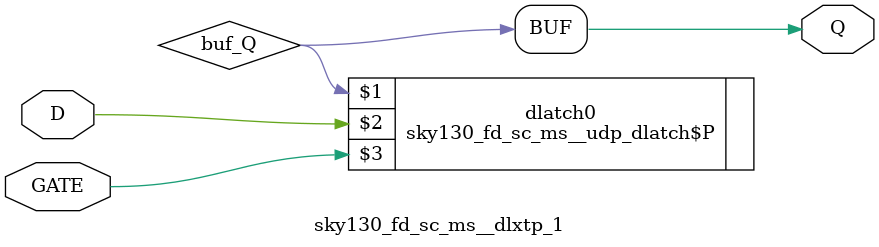
<source format=v>
/*
 * Copyright 2020 The SkyWater PDK Authors
 *
 * Licensed under the Apache License, Version 2.0 (the "License");
 * you may not use this file except in compliance with the License.
 * You may obtain a copy of the License at
 *
 *     https://www.apache.org/licenses/LICENSE-2.0
 *
 * Unless required by applicable law or agreed to in writing, software
 * distributed under the License is distributed on an "AS IS" BASIS,
 * WITHOUT WARRANTIES OR CONDITIONS OF ANY KIND, either express or implied.
 * See the License for the specific language governing permissions and
 * limitations under the License.
 *
 * SPDX-License-Identifier: Apache-2.0
*/


`ifndef SKY130_FD_SC_MS__DLXTP_1_FUNCTIONAL_V
`define SKY130_FD_SC_MS__DLXTP_1_FUNCTIONAL_V

/**
 * dlxtp: Delay latch, non-inverted enable, single output.
 *
 * Verilog simulation functional model.
 */

`timescale 1ns / 1ps
`default_nettype none

// Import user defined primitives.
`include "../../models/udp_dlatch_p/sky130_fd_sc_ms__udp_dlatch_p.v"

`celldefine
module sky130_fd_sc_ms__dlxtp_1 (
    Q   ,
    D   ,
    GATE
);

    // Module ports
    output Q   ;
    input  D   ;
    input  GATE;

    // Local signals
    wire buf_Q;

    //                            Name     Output  Other arguments
    sky130_fd_sc_ms__udp_dlatch$P dlatch0 (buf_Q , D, GATE        );
    buf                           buf0    (Q     , buf_Q          );

endmodule
`endcelldefine

`default_nettype wire
`endif  // SKY130_FD_SC_MS__DLXTP_1_FUNCTIONAL_V

</source>
